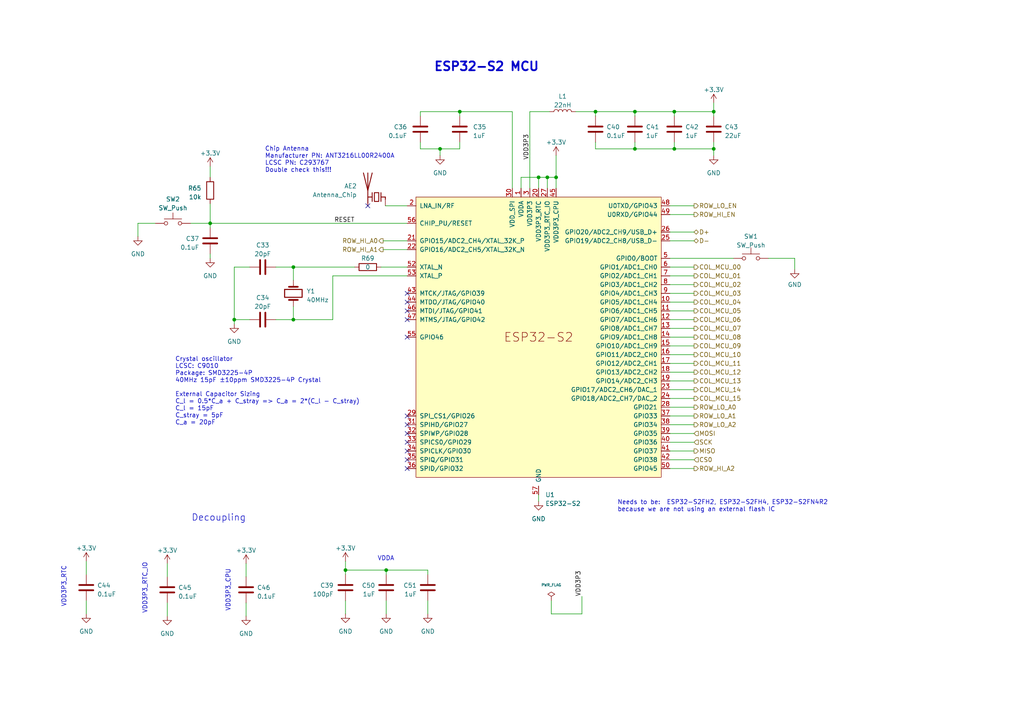
<source format=kicad_sch>
(kicad_sch (version 20230121) (generator eeschema)
  (paper "A4")
  (lib_symbols
    (symbol "Device:Antenna_Chip" (pin_numbers hide) (pin_names (offset 1.016) hide)
      (property "Reference" "AE" (at 0 5.08 0))
      (property "Value" "Antenna_Chip" (at 0 3.175 0))
      (symbol "Antenna_Chip_0_1"
        (polyline (pts (xy -2.54 0) (xy -2.54 -0.635)) (stroke (width 0.254)))
        (polyline (pts (xy -2.54 0) (xy -1.27 0)) (stroke (width 0.254)))
        (polyline (pts (xy 1.27 0) (xy 2.54 0)) (stroke (width 0.254)))
        (polyline (pts (xy 1.27 1.27) (xy 1.27 -1.27)) (stroke (width 0.254)))
        (polyline (pts (xy 2.54 -0.635) (xy 2.54 0)))
        (polyline (pts (xy 2.54 6.985) (xy 2.54 -1.905)) (stroke (width 0.254)))
        (polyline (pts (xy -1.27 1.27) (xy -1.27 -1.27) (xy -1.27 0)) (stroke (width 0.254)))
        (polyline (pts (xy 3.81 6.985) (xy 2.54 1.905) (xy 1.27 6.985)) (stroke (width 0.254)))
        (polyline (pts (xy -0.635 1.27) (xy 0.635 1.27) (xy 0.635 -1.27) (xy -0.635 -1.27) (xy -0.635 1.27)) (stroke (width 0.254)))
      )
      (symbol "Antenna_Chip_1_1"
        (pin input line (at -2.54 -2.54 90) (length 2.54) (name "FEED") (number "1"))
        (pin passive line (at 2.54 -2.54 90) (length 2.54) (name "PCB_Trace") (number "2"))
      )
    )
    (symbol "Device:C" (pin_numbers hide) (pin_names (offset 0.254))
      (property "Reference" "C" (at 0.635 2.54 0))
      (property "Value" "C" (at 0.635 -2.54 0))
      (symbol "C_0_1"
        (polyline (pts (xy -2.032 -0.762) (xy 2.032 -0.762)) (stroke (width 0.508)))
        (polyline (pts (xy -2.032 0.762) (xy 2.032 0.762)) (stroke (width 0.508)))
      )
      (symbol "C_1_1"
        (pin passive line (at 0 3.81 270) (length 2.794) (name "~") (number "1"))
        (pin passive line (at 0 -3.81 90) (length 2.794) (name "~") (number "2"))
      )
    )
    (symbol "Device:Crystal" (pin_numbers hide) (pin_names (offset 1.016) hide)
      (property "Reference" "Y" (at 0 3.81 0))
      (property "Value" "Crystal" (at 0 -3.81 0))
      (symbol "Crystal_0_1"
        (rectangle (start -1.143 2.54) (end 1.143 -2.54) (stroke (width 0.3048)))
        (polyline (pts (xy -2.54 0) (xy -1.905 0)))
        (polyline (pts (xy -1.905 -1.27) (xy -1.905 1.27)) (stroke (width 0.508)))
        (polyline (pts (xy 1.905 -1.27) (xy 1.905 1.27)) (stroke (width 0.508)))
        (polyline (pts (xy 2.54 0) (xy 1.905 0)))
      )
      (symbol "Crystal_1_1"
        (pin passive line (at -3.81 0 0) (length 1.27) (name "1") (number "1"))
        (pin passive line (at 3.81 0 180) (length 1.27) (name "2") (number "2"))
      )
    )
    (symbol "Device:L" (pin_numbers hide) (pin_names (offset 1.016) hide)
      (property "Reference" "L" (at -1.27 0 90))
      (property "Value" "L" (at 1.905 0 90))
      (symbol "L_0_1"
        (arc (start 0 -2.54) (mid 0.6323 -1.905) (end 0 -1.27))
        (arc (start 0 -1.27) (mid 0.6323 -0.635) (end 0 0))
        (arc (start 0 0) (mid 0.6323 0.635) (end 0 1.27))
        (arc (start 0 1.27) (mid 0.6323 1.905) (end 0 2.54))
      )
      (symbol "L_1_1"
        (pin passive line (at 0 3.81 270) (length 1.27) (name "1") (number "1"))
        (pin passive line (at 0 -3.81 90) (length 1.27) (name "2") (number "2"))
      )
    )
    (symbol "Device:R" (pin_numbers hide) (pin_names (offset 0))
      (property "Reference" "R" (at 2.032 0 90))
      (property "Value" "R" (at 0 0 90))
      (symbol "R_0_1"
        (rectangle (start -1.016 -2.54) (end 1.016 2.54) (stroke (width 0.254)))
      )
      (symbol "R_1_1"
        (pin passive line (at 0 3.81 270) (length 1.27) (name "~") (number "1"))
        (pin passive line (at 0 -3.81 90) (length 1.27) (name "~") (number "2"))
      )
    )
    (symbol "Espressif:ESP32-S2" (pin_names (offset 1.016))
      (property "Reference" "U" (at -35.56 45.72 0))
      (property "Value" "ESP32-S2" (at -35.56 43.18 0))
      (symbol "ESP32-S2_0_0"
        (text "ESP32-S2" (at 0 0 0) (effects (font (size 2.54 2.54))))
      )
      (symbol "ESP32-S2_0_1"
        (rectangle (start -35.56 40.64) (end 35.56 -40.64) (fill (type background)))
      )
      (symbol "ESP32-S2_1_1"
        (pin power_in line (at -5.08 43.18 270) (length 2.54) (name "VDDA") (number "1"))
        (pin bidirectional line (at 38.1 10.16 180) (length 2.54) (name "GPIO5/ADC1_CH4") (number "10"))
        (pin bidirectional line (at 38.1 7.62 180) (length 2.54) (name "GPIO6/ADC1_CH5") (number "11"))
        (pin bidirectional line (at 38.1 5.08 180) (length 2.54) (name "GPIO7/ADC1_CH6") (number "12"))
        (pin bidirectional line (at 38.1 2.54 180) (length 2.54) (name "GPIO8/ADC1_CH7") (number "13"))
        (pin bidirectional line (at 38.1 0 180) (length 2.54) (name "GPIO9/ADC1_CH8") (number "14"))
        (pin bidirectional line (at 38.1 -2.54 180) (length 2.54) (name "GPIO10/ADC1_CH9") (number "15"))
        (pin bidirectional line (at 38.1 -5.08 180) (length 2.54) (name "GPIO11/ADC2_CH0") (number "16"))
        (pin bidirectional line (at 38.1 -7.62 180) (length 2.54) (name "GPIO12/ADC2_CH1") (number "17"))
        (pin bidirectional line (at 38.1 -10.16 180) (length 2.54) (name "GPIO13/ADC2_CH2") (number "18"))
        (pin bidirectional line (at 38.1 -12.7 180) (length 2.54) (name "GPIO14/ADC2_CH3") (number "19"))
        (pin bidirectional line (at -38.1 38.1 0) (length 2.54) (name "LNA_IN/RF") (number "2"))
        (pin power_in line (at 0 43.18 270) (length 2.54) (name "VDD3P3_RTC") (number "20"))
        (pin bidirectional line (at -38.1 27.94 0) (length 2.54) (name "GPIO15/ADC2_CH4/XTAL_32K_P") (number "21"))
        (pin bidirectional line (at -38.1 25.4 0) (length 2.54) (name "GPIO16/ADC2_CH5/XTAL_32K_N") (number "22"))
        (pin bidirectional line (at 38.1 -15.24 180) (length 2.54) (name "GPIO17/ADC2_CH6/DAC_1") (number "23"))
        (pin bidirectional line (at 38.1 -17.78 180) (length 2.54) (name "GPIO18/ADC2_CH7/DAC_2") (number "24"))
        (pin bidirectional line (at 38.1 27.94 180) (length 2.54) (name "GPIO19/ADC2_CH8/USB_D-") (number "25"))
        (pin bidirectional line (at 38.1 30.48 180) (length 2.54) (name "GPIO20/ADC2_CH9/USB_D+") (number "26"))
        (pin power_in line (at 2.54 43.18 270) (length 2.54) (name "VDD3P3_RTC_IO") (number "27"))
        (pin bidirectional line (at 38.1 -20.32 180) (length 2.54) (name "GPIO21") (number "28"))
        (pin bidirectional line (at -38.1 -22.86 0) (length 2.54) (name "SPI_CS1/GPIO26") (number "29"))
        (pin power_in line (at -2.54 43.18 270) (length 2.54) (name "VDD3P3") (number "3"))
        (pin power_out line (at -7.62 43.18 270) (length 2.54) (name "VDD_SPI") (number "30"))
        (pin bidirectional line (at -38.1 -25.4 0) (length 2.54) (name "SPIHD/GPIO27") (number "31"))
        (pin bidirectional line (at -38.1 -27.94 0) (length 2.54) (name "SPIWP/GPIO28") (number "32"))
        (pin bidirectional line (at -38.1 -30.48 0) (length 2.54) (name "SPICS0/GPIO29") (number "33"))
        (pin bidirectional line (at -38.1 -33.02 0) (length 2.54) (name "SPICLK/GPIO30") (number "34"))
        (pin bidirectional line (at -38.1 -35.56 0) (length 2.54) (name "SPIQ/GPIO31") (number "35"))
        (pin bidirectional line (at -38.1 -38.1 0) (length 2.54) (name "SPID/GPIO32") (number "36"))
        (pin bidirectional line (at 38.1 -22.86 180) (length 2.54) (name "GPIO33") (number "37"))
        (pin bidirectional line (at 38.1 -25.4 180) (length 2.54) (name "GPIO34") (number "38"))
        (pin bidirectional line (at 38.1 -27.94 180) (length 2.54) (name "GPIO35") (number "39"))
        (pin passive line (at -2.54 43.18 270) (length 2.54) hide (name "VDD3P3") (number "4"))
        (pin bidirectional line (at 38.1 -30.48 180) (length 2.54) (name "GPIO36") (number "40"))
        (pin bidirectional line (at 38.1 -33.02 180) (length 2.54) (name "GPIO37") (number "41"))
        (pin bidirectional line (at 38.1 -35.56 180) (length 2.54) (name "GPIO38") (number "42"))
        (pin input line (at -38.1 12.7 0) (length 2.54) (name "MTCK/JTAG/GPIO39") (number "43"))
        (pin output line (at -38.1 10.16 0) (length 2.54) (name "MTDO/JTAG/GPIO40") (number "44"))
        (pin power_in line (at 5.08 43.18 270) (length 2.54) (name "VDD3P3_CPU") (number "45"))
        (pin input line (at -38.1 7.62 0) (length 2.54) (name "MTDI/JTAG/GPIO41") (number "46"))
        (pin output line (at -38.1 5.08 0) (length 2.54) (name "MTMS/JTAG/GPIO42") (number "47"))
        (pin bidirectional line (at 38.1 38.1 180) (length 2.54) (name "U0TXD/GPIO43") (number "48"))
        (pin bidirectional line (at 38.1 35.56 180) (length 2.54) (name "U0RXD/GPIO44") (number "49"))
        (pin bidirectional line (at 38.1 22.86 180) (length 2.54) (name "GPIO0/BOOT") (number "5"))
        (pin bidirectional line (at 38.1 -38.1 180) (length 2.54) (name "GPIO45") (number "50"))
        (pin passive line (at -5.08 43.18 270) (length 2.54) hide (name "VDDA") (number "51"))
        (pin output line (at -38.1 20.32 0) (length 2.54) (name "XTAL_N") (number "52"))
        (pin input line (at -38.1 17.78 0) (length 2.54) (name "XTAL_P") (number "53"))
        (pin passive line (at -5.08 43.18 270) (length 2.54) hide (name "VDDA") (number "54"))
        (pin input line (at -38.1 0 0) (length 2.54) (name "GPIO46") (number "55"))
        (pin bidirectional line (at -38.1 33.02 0) (length 2.54) (name "CHIP_PU/RESET") (number "56"))
        (pin power_in line (at 0 -45.72 90) (length 2.54) (name "GND") (number "57"))
        (pin bidirectional line (at 38.1 20.32 180) (length 2.54) (name "GPIO1/ADC1_CH0") (number "6"))
        (pin bidirectional line (at 38.1 17.78 180) (length 2.54) (name "GPIO2/ADC1_CH1") (number "7"))
        (pin bidirectional line (at 38.1 15.24 180) (length 2.54) (name "GPIO3/ADC1_CH2") (number "8"))
        (pin bidirectional line (at 38.1 12.7 180) (length 2.54) (name "GPIO4/ADC1_CH3") (number "9"))
      )
    )
    (symbol "Switch:SW_Push" (pin_numbers hide) (pin_names (offset 1.016) hide)
      (property "Reference" "SW" (at 1.27 2.54 0))
      (property "Value" "SW_Push" (at 0 -1.524 0))
      (symbol "SW_Push_0_1"
        (circle (center -2.032 0) (radius 0.508))
        (polyline (pts (xy 0 1.27) (xy 0 3.048)))
        (polyline (pts (xy 2.54 1.27) (xy -2.54 1.27)))
        (circle (center 2.032 0) (radius 0.508))
        (pin passive line (at -5.08 0 0) (length 2.54) (name "1") (number "1"))
        (pin passive line (at 5.08 0 180) (length 2.54) (name "2") (number "2"))
      )
    )
    (symbol "power:+3.3V" (power) (pin_names (offset 0))
      (property "Value" "+3.3V" (at 0 3.556 0))
      (symbol "+3.3V_0_1"
        (polyline (pts (xy -0.762 1.27) (xy 0 2.54)))
        (polyline (pts (xy 0 0) (xy 0 2.54)))
        (polyline (pts (xy 0 2.54) (xy 0.762 1.27)))
      )
      (symbol "+3.3V_1_1"
        (pin power_in line (at 0 0 90) (length 0) hide (name "+3.3V") (number "1"))
      )
    )
    (symbol "power:GND" (power) (pin_names (offset 0))
      (property "Value" "GND" (at 0 -3.81 0))
      (symbol "GND_0_1"
        (polyline (pts (xy 0 0) (xy 0 -1.27) (xy 1.27 -1.27) (xy 0 -2.54) (xy -1.27 -1.27) (xy 0 -1.27)))
      )
      (symbol "GND_1_1"
        (pin power_in line (at 0 0 270) (length 0) hide (name "GND") (number "1"))
      )
    )
    (symbol "power:PWR_FLAG" (power) (pin_numbers hide) (pin_names (offset 0) hide)
      (property "Value" "PWR_FLAG" (at 0 3.81 0))
      (symbol "PWR_FLAG_0_0"
        (pin power_out line (at 0 0 90) (length 0) (name "pwr") (number "1"))
      )
      (symbol "PWR_FLAG_0_1"
        (polyline (pts (xy 0 0) (xy 0 1.27) (xy -1.016 1.905) (xy 0 2.54) (xy 1.016 1.905) (xy 0 1.27)))
      )
    )
  )
  (junction (at 158.75 51.435))
  (junction (at 184.15 32.385))
  (junction (at 207.01 32.385))
  (junction (at 112.014 165.354))
  (junction (at 161.29 51.435))
  (junction (at 85.09 92.71))
  (junction (at 67.945 92.71))
  (junction (at 195.58 32.385))
  (junction (at 207.01 43.18))
  (junction (at 133.35 32.385))
  (junction (at 85.09 77.47))
  (junction (at 195.58 43.18))
  (junction (at 100.203 165.354))
  (junction (at 156.21 51.435))
  (junction (at 60.96 64.77))
  (junction (at 184.15 43.18))
  (junction (at 172.72 32.385))
  (junction (at 127.635 43.18))
  (no_connect (at 118.11 92.71))
  (no_connect (at 118.11 90.17))
  (no_connect (at 118.11 97.79))
  (no_connect (at 118.11 133.35))
  (no_connect (at 118.11 128.27))
  (no_connect (at 118.11 87.63))
  (no_connect (at 118.11 120.65))
  (no_connect (at 118.11 130.81))
  (no_connect (at 118.11 135.89))
  (no_connect (at 118.11 123.19))
  (no_connect (at 106.68 59.69))
  (no_connect (at 118.11 85.09))
  (no_connect (at 118.11 125.73))
  (wire (pts (xy 60.96 73.66) (xy 60.96 74.93)))
  (wire (pts (xy 158.75 51.435) (xy 161.29 51.435)))
  (wire (pts (xy 194.31 128.27) (xy 201.295 128.27)))
  (wire (pts (xy 60.96 59.055) (xy 60.96 64.77)))
  (wire (pts (xy 194.31 130.81) (xy 201.295 130.81)))
  (wire (pts (xy 194.31 90.17) (xy 201.295 90.17)))
  (wire (pts (xy 153.67 32.385) (xy 159.385 32.385)))
  (wire (pts (xy 112.014 174.244) (xy 112.014 178.054)))
  (wire (pts (xy 25.019 162.814) (xy 25.019 166.624)))
  (wire (pts (xy 194.31 125.73) (xy 201.295 125.73)))
  (wire (pts (xy 207.01 29.845) (xy 207.01 32.385)))
  (wire (pts (xy 156.21 54.61) (xy 156.21 51.435)))
  (wire (pts (xy 194.31 115.57) (xy 201.295 115.57)))
  (wire (pts (xy 184.15 41.275) (xy 184.15 43.18)))
  (wire (pts (xy 124.079 174.244) (xy 124.079 178.054)))
  (wire (pts (xy 121.92 41.275) (xy 121.92 43.18)))
  (wire (pts (xy 48.514 163.449) (xy 48.514 167.259)))
  (wire (pts (xy 184.15 32.385) (xy 184.15 33.655)))
  (wire (pts (xy 159.893 174.244) (xy 159.893 178.054)))
  (wire (pts (xy 40.005 64.77) (xy 40.005 68.58)))
  (wire (pts (xy 167.005 32.385) (xy 172.72 32.385)))
  (wire (pts (xy 156.21 143.51) (xy 156.21 145.415)))
  (wire (pts (xy 184.15 32.385) (xy 195.58 32.385)))
  (wire (pts (xy 72.39 77.47) (xy 67.945 77.47)))
  (wire (pts (xy 194.31 92.71) (xy 201.295 92.71)))
  (wire (pts (xy 153.67 54.61) (xy 153.67 32.385)))
  (wire (pts (xy 194.31 67.31) (xy 201.295 67.31)))
  (wire (pts (xy 195.58 32.385) (xy 207.01 32.385)))
  (wire (pts (xy 184.15 43.18) (xy 195.58 43.18)))
  (wire (pts (xy 100.203 165.354) (xy 100.203 166.624)))
  (wire (pts (xy 151.13 51.435) (xy 156.21 51.435)))
  (wire (pts (xy 85.09 88.9) (xy 85.09 92.71)))
  (wire (pts (xy 194.31 135.89) (xy 201.295 135.89)))
  (wire (pts (xy 194.31 120.65) (xy 201.295 120.65)))
  (wire (pts (xy 159.893 178.054) (xy 168.783 178.054)))
  (wire (pts (xy 96.52 80.01) (xy 118.11 80.01)))
  (wire (pts (xy 110.49 77.47) (xy 118.11 77.47)))
  (wire (pts (xy 100.203 174.244) (xy 100.203 178.054)))
  (wire (pts (xy 100.203 162.814) (xy 100.203 165.354)))
  (wire (pts (xy 168.783 178.054) (xy 168.783 172.974)))
  (wire (pts (xy 194.31 123.19) (xy 201.295 123.19)))
  (wire (pts (xy 121.92 43.18) (xy 127.635 43.18)))
  (wire (pts (xy 207.01 43.18) (xy 207.01 45.085)))
  (wire (pts (xy 194.31 80.01) (xy 201.295 80.01)))
  (wire (pts (xy 172.72 32.385) (xy 184.15 32.385)))
  (wire (pts (xy 194.31 95.25) (xy 201.295 95.25)))
  (wire (pts (xy 194.31 62.23) (xy 201.295 62.23)))
  (wire (pts (xy 112.014 165.354) (xy 124.079 165.354)))
  (wire (pts (xy 194.31 82.55) (xy 201.295 82.55)))
  (wire (pts (xy 194.31 100.33) (xy 201.295 100.33)))
  (wire (pts (xy 194.31 110.49) (xy 201.295 110.49)))
  (wire (pts (xy 194.31 118.11) (xy 201.295 118.11)))
  (wire (pts (xy 156.21 51.435) (xy 158.75 51.435)))
  (wire (pts (xy 172.72 43.18) (xy 172.72 41.275)))
  (wire (pts (xy 118.11 72.39) (xy 111.125 72.39)))
  (wire (pts (xy 67.945 92.71) (xy 67.945 93.98)))
  (wire (pts (xy 195.58 32.385) (xy 195.58 33.655)))
  (wire (pts (xy 133.35 32.385) (xy 148.59 32.385)))
  (wire (pts (xy 25.019 174.244) (xy 25.019 178.054)))
  (wire (pts (xy 71.374 163.449) (xy 71.374 167.259)))
  (wire (pts (xy 172.72 43.18) (xy 184.15 43.18)))
  (wire (pts (xy 133.35 32.385) (xy 133.35 33.655)))
  (wire (pts (xy 80.01 77.47) (xy 85.09 77.47)))
  (wire (pts (xy 161.29 54.61) (xy 161.29 51.435)))
  (wire (pts (xy 194.31 59.69) (xy 201.295 59.69)))
  (wire (pts (xy 60.96 64.77) (xy 118.11 64.77)))
  (wire (pts (xy 207.01 32.385) (xy 207.01 33.655)))
  (wire (pts (xy 80.01 92.71) (xy 85.09 92.71)))
  (wire (pts (xy 194.31 97.79) (xy 201.295 97.79)))
  (wire (pts (xy 194.31 107.95) (xy 201.295 107.95)))
  (wire (pts (xy 133.35 32.385) (xy 121.92 32.385)))
  (wire (pts (xy 100.203 165.354) (xy 112.014 165.354)))
  (wire (pts (xy 112.014 165.354) (xy 112.014 166.624)))
  (wire (pts (xy 55.245 64.77) (xy 60.96 64.77)))
  (wire (pts (xy 148.59 32.385) (xy 148.59 54.61)))
  (wire (pts (xy 194.31 133.35) (xy 201.295 133.35)))
  (wire (pts (xy 161.29 45.085) (xy 161.29 51.435)))
  (wire (pts (xy 60.96 48.26) (xy 60.96 51.435)))
  (wire (pts (xy 195.58 43.18) (xy 207.01 43.18)))
  (wire (pts (xy 71.374 174.879) (xy 71.374 178.689)))
  (wire (pts (xy 45.085 64.77) (xy 40.005 64.77)))
  (wire (pts (xy 194.31 102.87) (xy 201.295 102.87)))
  (wire (pts (xy 172.72 32.385) (xy 172.72 33.655)))
  (wire (pts (xy 67.945 92.71) (xy 72.39 92.71)))
  (wire (pts (xy 194.31 105.41) (xy 201.295 105.41)))
  (wire (pts (xy 85.09 92.71) (xy 96.52 92.71)))
  (wire (pts (xy 85.09 77.47) (xy 102.87 77.47)))
  (wire (pts (xy 118.11 69.85) (xy 111.125 69.85)))
  (wire (pts (xy 96.52 80.01) (xy 96.52 92.71)))
  (wire (pts (xy 85.09 77.47) (xy 85.09 81.28)))
  (wire (pts (xy 207.01 41.275) (xy 207.01 43.18)))
  (wire (pts (xy 60.96 64.77) (xy 60.96 66.04)))
  (wire (pts (xy 111.76 59.69) (xy 118.11 59.69)))
  (wire (pts (xy 222.885 74.93) (xy 230.505 74.93)))
  (wire (pts (xy 124.079 165.354) (xy 124.079 166.624)))
  (wire (pts (xy 48.514 174.879) (xy 48.514 178.689)))
  (wire (pts (xy 151.13 54.61) (xy 151.13 51.435)))
  (wire (pts (xy 127.635 43.18) (xy 127.635 45.085)))
  (wire (pts (xy 127.635 43.18) (xy 133.35 43.18)))
  (wire (pts (xy 194.31 77.47) (xy 201.295 77.47)))
  (wire (pts (xy 158.75 54.61) (xy 158.75 51.435)))
  (wire (pts (xy 230.505 74.93) (xy 230.505 78.105)))
  (wire (pts (xy 121.92 32.385) (xy 121.92 33.655)))
  (wire (pts (xy 133.35 43.18) (xy 133.35 41.275)))
  (wire (pts (xy 194.31 113.03) (xy 201.295 113.03)))
  (wire (pts (xy 194.31 74.93) (xy 212.725 74.93)))
  (wire (pts (xy 194.31 69.85) (xy 201.295 69.85)))
  (wire (pts (xy 194.31 87.63) (xy 201.295 87.63)))
  (wire (pts (xy 67.945 77.47) (xy 67.945 92.71)))
  (wire (pts (xy 194.31 85.09) (xy 201.295 85.09)))
  (wire (pts (xy 195.58 43.18) (xy 195.58 41.275)))
  (text "Chip Antenna\nManufacturer PN: ANT3216LL00R2400A\nLCSC PN: C293767\nDouble check this!!!\n" (at 76.835 50.165 0) (effects (font (size 1.27 1.27)) (justify left bottom)))
  (text "VDD3P3_RTC" (at 19.304 176.149 90) (effects (font (size 1.27 1.27)) (justify left bottom)))
  (text "VDDA" (at 109.474 162.814 0) (effects (font (size 1.27 1.27)) (justify left bottom)))
  (text "Needs to be:  ESP32-S2FH2, ESP32-S2FH4, ESP32-S2FN4R2\nbecause we are not using an external flash IC" (at 179.07 148.59 0) (effects (font (size 1.27 1.27)) (justify left bottom)))
  (text "Crystal oscillator\nLCSC: C9010\nPackage: SMD3225-4P\n40MHz 15pF ±10ppm SMD3225-4P Crystal\n\nExternal Capacitor Sizing\nC_l = 0.5*C_a + C_stray => C_a = 2*(C_l - C_stray)\nC_l = 15pF\nC_stray = 5pF\nC_a = 20pF\n\n\n\n" (at 50.8 129.54 0) (effects (font (size 1.27 1.27)) (justify left bottom)))
  (text "VDD3P3_RTC_IO" (at 42.799 178.054 90) (effects (font (size 1.27 1.27)) (justify left bottom)))
  (text "VDD3P3_CPU" (at 66.929 177.419 90) (effects (font (size 1.27 1.27)) (justify left bottom)))
  (text "Decoupling" (at 55.499 151.384 0) (effects (font (size 1.905 1.905)) (justify left bottom)))
  (text "ESP32-S2 MCU" (at 125.73 20.955 0) (effects (font (size 2.54 2.54) (thickness 0.508) bold) (justify left bottom)))
  (label "VDD3P3" (at 153.67 46.355 90))
  (label "RESET" (at 102.87 64.77 180))
  (label "VDD3P3" (at 168.783 172.974 90))
  (hierarchical_label "COL_MCU_05" (shape output) (at 201.295 90.17 0))
  (hierarchical_label "ROW_LO_EN" (shape output) (at 201.295 59.69 0))
  (hierarchical_label "CS0" (shape input) (at 201.295 133.35 0))
  (hierarchical_label "MOSI" (shape input) (at 201.295 125.73 0))
  (hierarchical_label "COL_MCU_01" (shape output) (at 201.295 80.01 0))
  (hierarchical_label "COL_MCU_07" (shape output) (at 201.295 95.25 0))
  (hierarchical_label "COL_MCU_04" (shape output) (at 201.295 87.63 0))
  (hierarchical_label "MISO" (shape output) (at 201.295 130.81 0))
  (hierarchical_label "COL_MCU_12" (shape output) (at 201.295 107.95 0))
  (hierarchical_label "ROW_LO_A2" (shape output) (at 201.295 123.19 0))
  (hierarchical_label "COL_MCU_11" (shape output) (at 201.295 105.41 0))
  (hierarchical_label "ROW_LO_A1" (shape output) (at 201.295 120.65 0))
  (hierarchical_label "COL_MCU_15" (shape output) (at 201.295 115.57 0))
  (hierarchical_label "SCK" (shape input) (at 201.295 128.27 0))
  (hierarchical_label "ROW_HI_EN" (shape output) (at 201.295 62.23 0))
  (hierarchical_label "COL_MCU_13" (shape output) (at 201.295 110.49 0))
  (hierarchical_label "COL_MCU_09" (shape output) (at 201.295 100.33 0))
  (hierarchical_label "COL_MCU_00" (shape output) (at 201.295 77.47 0))
  (hierarchical_label "COL_MCU_10" (shape output) (at 201.295 102.87 0))
  (hierarchical_label "COL_MCU_03" (shape output) (at 201.295 85.09 0))
  (hierarchical_label "COL_MCU_06" (shape output) (at 201.295 92.71 0))
  (hierarchical_label "ROW_HI_A0" (shape output) (at 111.125 69.85 180))
  (hierarchical_label "COL_MCU_08" (shape output) (at 201.295 97.79 0))
  (hierarchical_label "ROW_HI_A2" (shape output) (at 201.295 135.89 0))
  (hierarchical_label "D-" (shape bidirectional) (at 201.295 69.85 0))
  (hierarchical_label "COL_MCU_02" (shape output) (at 201.295 82.55 0))
  (hierarchical_label "ROW_HI_A1" (shape output) (at 111.125 72.39 180))
  (hierarchical_label "D+" (shape bidirectional) (at 201.295 67.31 0))
  (hierarchical_label "COL_MCU_14" (shape output) (at 201.295 113.03 0))
  (hierarchical_label "ROW_LO_A0" (shape output) (at 201.295 118.11 0))
  (symbol (lib_id "Device:C") (at 60.96 69.85 0) (mirror x) (unit 1)
    (property "Reference" "C37" (at 57.785 69.215 0) (effects (justify right)))
    (property "Value" "0.1uF" (at 57.785 71.755 0) (effects (justify right)))
    (property "Footprint" "panel_custom:C_0201_0603Metric" (effects hide))
  )
  (symbol (lib_id "Device:C") (at 25.019 170.434 180) (unit 1)
    (property "Reference" "C44" (at 28.194 169.799 0) (effects (justify right)))
    (property "Value" "0.1uF" (at 28.194 172.339 0) (effects (justify right)))
    (property "Footprint" "panel_custom:C_0201_0603Metric" (effects hide))
  )
  (symbol (lib_id "Device:C") (at 76.2 92.71 270) (unit 1)
    (property "Reference" "C34" (at 76.2 86.36 90))
    (property "Value" "20pF" (at 76.2 88.9 90))
    (property "Footprint" "panel_custom:C_0201_0603Metric" (effects hide))
  )
  (symbol (lib_id "Device:C") (at 195.58 37.465 0) (mirror y) (unit 1)
    (property "Reference" "C42" (at 198.755 36.83 0) (effects (justify right)))
    (property "Value" "1uF" (at 198.755 39.37 0) (effects (justify right)))
    (property "Footprint" "panel_custom:C_0201_0603Metric" (effects hide))
  )
  (symbol (lib_id "power:GND") (at 25.019 178.054 0) (mirror y) (unit 1)
    (property "Reference" "#PWR059" (effects hide))
    (property "Value" "GND" (at 25.019 183.134 0))
    (instances (project "panel" (path "" (reference "#PWR059") (unit 1)) (path "" (reference "#PWR071") (unit 1))))
  )
  (symbol (lib_id "Device:R") (at 106.68 77.47 90) (mirror x) (unit 1)
    (property "Reference" "R69" (at 106.68 74.93 90))
    (property "Value" "0" (at 106.68 77.47 90))
  )
  (symbol (lib_id "Device:C") (at 172.72 37.465 0) (mirror y) (unit 1)
    (property "Reference" "C40" (at 175.895 36.83 0) (effects (justify right)))
    (property "Value" "0.1uF" (at 175.895 39.37 0) (effects (justify right)))
    (property "Footprint" "panel_custom:C_0201_0603Metric" (effects hide))
  )
  (symbol (lib_id "power:GND") (at 67.945 93.98 0) (unit 1)
    (property "Reference" "#PWR050" (effects hide))
    (property "Value" "GND" (at 67.945 99.06 0))
    (instances (project "panel" (path "" (reference "#PWR050") (unit 1)) (path "" (reference "#PWR061") (unit 1))))
  )
  (symbol (lib_id "power:GND") (at 48.514 178.689 0) (mirror y) (unit 1)
    (property "Reference" "#PWR060" (effects hide))
    (property "Value" "GND" (at 48.514 183.769 0))
    (instances (project "panel" (path "" (reference "#PWR060") (unit 1)) (path "" (reference "#PWR090") (unit 1))))
  )
  (symbol (lib_id "power:PWR_FLAG") (at 159.893 174.244 0) (unit 1)
    (property "Reference" "#FLG02" (effects hide))
    (property "Value" "PWR_FLAG" (at 159.893 169.672 0) (effects (font (size 0.762 0.762))))
  )
  (symbol (lib_id "power:GND") (at 100.203 178.054 0) (mirror y) (unit 1)
    (property "Reference" "#PWR056" (effects hide))
    (property "Value" "GND" (at 100.203 183.134 0))
    (instances (project "panel" (path "" (reference "#PWR056") (unit 1)) (path "" (reference "#PWR072") (unit 1))))
  )
  (symbol (lib_id "Switch:SW_Push") (at 50.165 64.77 0) (mirror y) (unit 1)
    (property "Reference" "SW2" (at 50.165 57.785 0))
    (property "Value" "SW_Push" (at 50.165 60.325 0))
  )
  (symbol (lib_id "Device:L") (at 163.195 32.385 90) (unit 1)
    (property "Reference" "L1" (at 163.195 27.94 90))
    (property "Value" "22nH" (at 163.195 30.48 90))
    (property "Footprint" "Inductor_SMD:L_0402_1005Metric" (effects hide))
  )
  (symbol (lib_id "Device:C") (at 100.203 170.434 0) (mirror x) (unit 1)
    (property "Reference" "C39" (at 96.774 169.799 0) (effects (justify right)))
    (property "Value" "100pF" (at 96.774 172.339 0) (effects (justify right)))
    (property "Footprint" "panel_custom:C_0201_0603Metric" (effects hide))
  )
  (symbol (lib_id "power:GND") (at 230.505 78.105 0) (unit 1)
    (property "Reference" "#PWR070" (effects hide))
    (property "Value" "GND" (at 230.505 82.55 0))
    (instances (project "panel" (path "" (reference "#PWR070") (unit 1)) (path "" (reference "#PWR060") (unit 1))))
  )
  (symbol (lib_id "Device:C") (at 124.079 170.434 0) (mirror x) (unit 1)
    (property "Reference" "C51" (at 120.904 169.799 0) (effects (justify right)))
    (property "Value" "1uF" (at 120.904 172.339 0) (effects (justify right)))
    (property "Footprint" "panel_custom:C_0201_0603Metric" (effects hide))
  )
  (symbol (lib_id "Device:C") (at 133.35 37.465 180) (unit 1)
    (property "Reference" "C35" (at 137.16 36.83 0) (effects (justify right)))
    (property "Value" "1uF" (at 137.16 39.37 0) (effects (justify right)))
    (property "Footprint" "panel_custom:C_0201_0603Metric" (effects hide))
  )
  (symbol (lib_id "power:GND") (at 124.079 178.054 0) (mirror y) (unit 1)
    (property "Reference" "#PWR090" (effects hide))
    (property "Value" "GND" (at 124.079 183.134 0))
    (instances (project "panel" (path "" (reference "#PWR090") (unit 1)) (path "" (reference "#PWR089") (unit 1))))
  )
  (symbol (lib_id "Device:C") (at 184.15 37.465 0) (mirror y) (unit 1)
    (property "Reference" "C41" (at 187.325 36.83 0) (effects (justify right)))
    (property "Value" "1uF" (at 187.325 39.37 0) (effects (justify right)))
    (property "Footprint" "panel_custom:C_0201_0603Metric" (effects hide))
  )
  (symbol (lib_id "Device:R") (at 60.96 55.245 0) (mirror y) (unit 1)
    (property "Reference" "R65" (at 58.42 54.61 0) (effects (justify left)))
    (property "Value" "10k" (at 58.42 57.15 0) (effects (justify left)))
  )
  (symbol (lib_id "power:GND") (at 40.005 68.58 0) (unit 1)
    (property "Reference" "#PWR073" (effects hide))
    (property "Value" "GND" (at 40.005 73.66 0))
    (instances (project "panel" (path "" (reference "#PWR073") (unit 1)) (path "" (reference "#PWR058") (unit 1))))
  )
  (symbol (lib_id "power:GND") (at 71.374 178.689 0) (mirror y) (unit 1)
    (property "Reference" "#PWR065" (effects hide))
    (property "Value" "GND" (at 71.374 183.769 0))
    (instances (project "panel" (path "" (reference "#PWR065") (unit 1)) (path "" (reference "#PWR091") (unit 1))))
  )
  (symbol (lib_id "power:GND") (at 156.21 145.415 0) (mirror y) (unit 1)
    (property "Reference" "#PWR054" (effects hide))
    (property "Value" "GND" (at 156.21 150.495 0))
    (instances (project "panel" (path "" (reference "#PWR054") (unit 1)) (path "" (reference "#PWR062") (unit 1))))
  )
  (symbol (lib_id "power:GND") (at 60.96 74.93 0) (unit 1)
    (property "Reference" "#PWR072" (effects hide))
    (property "Value" "GND" (at 60.96 80.01 0))
    (instances (project "panel" (path "" (reference "#PWR072") (unit 1)) (path "" (reference "#PWR059") (unit 1))))
  )
  (symbol (lib_id "Device:Crystal") (at 85.09 85.09 90) (unit 1)
    (property "Reference" "Y1" (at 88.9 84.455 90) (effects (justify right)))
    (property "Value" "40MHz" (at 88.9 86.995 90) (effects (justify right)))
  )
  (symbol (lib_id "Device:C") (at 121.92 37.465 0) (unit 1)
    (property "Reference" "C36" (at 118.11 36.83 0) (effects (justify right)))
    (property "Value" "0.1uF" (at 118.11 39.37 0) (effects (justify right)))
    (property "Footprint" "panel_custom:C_0201_0603Metric" (effects hide))
  )
  (symbol (lib_id "Device:C") (at 207.01 37.465 0) (mirror y) (unit 1)
    (property "Reference" "C43" (at 210.185 36.83 0) (effects (justify right)))
    (property "Value" "22uF" (at 210.185 39.37 0) (effects (justify right)))
    (property "Footprint" "panel_custom:C_0201_0603Metric" (effects hide))
  )
  (symbol (lib_id "power:GND") (at 127.635 45.085 0) (unit 1)
    (property "Reference" "#PWR053" (effects hide))
    (property "Value" "GND" (at 127.635 50.165 0))
  )
  (symbol (lib_id "power:+3.3V") (at 25.019 162.814 0) (unit 1)
    (property "Reference" "#PWR058" (effects hide))
    (property "Value" "+3.3V" (at 25.019 159.004 0))
    (instances (project "panel" (path "" (reference "#PWR058") (unit 1)) (path "" (reference "#PWR063") (unit 1))))
  )
  (symbol (lib_id "power:GND") (at 112.014 178.054 0) (mirror y) (unit 1)
    (property "Reference" "#PWR089" (effects hide))
    (property "Value" "GND" (at 112.014 183.134 0))
    (instances (project "panel" (path "" (reference "#PWR089") (unit 1)) (path "" (reference "#PWR073") (unit 1))))
  )
  (symbol (lib_id "power:+3.3V") (at 48.514 163.449 0) (unit 1)
    (property "Reference" "#PWR062" (effects hide))
    (property "Value" "+3.3V" (at 48.514 159.639 0))
    (instances (project "panel" (path "" (reference "#PWR062") (unit 1)) (path "" (reference "#PWR065") (unit 1))))
  )
  (symbol (lib_id "Device:C") (at 76.2 77.47 270) (unit 1)
    (property "Reference" "C33" (at 76.2 71.12 90))
    (property "Value" "20pF" (at 76.2 73.66 90))
    (property "Footprint" "panel_custom:C_0201_0603Metric" (effects hide))
  )
  (symbol (lib_id "Device:C") (at 112.014 170.434 0) (mirror x) (unit 1)
    (property "Reference" "C50" (at 108.839 169.799 0) (effects (justify right)))
    (property "Value" "1uF" (at 108.839 172.339 0) (effects (justify right)))
    (property "Footprint" "panel_custom:C_0201_0603Metric" (effects hide))
  )
  (symbol (lib_id "power:+3.3V") (at 71.374 163.449 0) (unit 1)
    (property "Reference" "#PWR064" (effects hide))
    (property "Value" "+3.3V" (at 71.374 159.639 0))
    (instances (project "panel" (path "" (reference "#PWR064") (unit 1)) (path "" (reference "#PWR070") (unit 1))))
  )
  (symbol (lib_id "power:+3.3V") (at 100.203 162.814 0) (unit 1)
    (property "Reference" "#PWR061" (effects hide))
    (property "Value" "+3.3V" (at 100.203 159.004 0))
    (instances (project "panel" (path "" (reference "#PWR061") (unit 1)) (path "" (reference "#PWR064") (unit 1))))
  )
  (symbol (lib_id "power:+3.3V") (at 60.96 48.26 0) (mirror y) (unit 1)
    (property "Reference" "#PWR071" (effects hide))
    (property "Value" "+3.3V" (at 60.96 44.45 0))
    (instances (project "panel" (path "" (reference "#PWR071") (unit 1)) (path "" (reference "#PWR057") (unit 1))))
  )
  (symbol (lib_id "power:GND") (at 207.01 45.085 0) (mirror y) (unit 1)
    (property "Reference" "#PWR057" (effects hide))
    (property "Value" "GND" (at 207.01 50.165 0))
    (instances (project "panel" (path "" (reference "#PWR057") (unit 1)) (path "" (reference "#PWR056") (unit 1))))
  )
  (symbol (lib_id "Device:C") (at 71.374 171.069 180) (unit 1)
    (property "Reference" "C46" (at 74.549 170.434 0) (effects (justify right)))
    (property "Value" "0.1uF" (at 74.549 172.974 0) (effects (justify right)))
    (property "Footprint" "panel_custom:C_0201_0603Metric" (effects hide))
  )
  (symbol (lib_id "Device:C") (at 48.514 171.069 180) (unit 1)
    (property "Reference" "C45" (at 51.689 170.434 0) (effects (justify right)))
    (property "Value" "0.1uF" (at 51.689 172.974 0) (effects (justify right)))
    (property "Footprint" "panel_custom:C_0201_0603Metric" (effects hide))
  )
  (symbol (lib_id "power:+3.3V") (at 161.29 45.085 0) (unit 1)
    (property "Reference" "#PWR092" (effects hide))
    (property "Value" "+3.3V" (at 161.29 41.275 0))
    (instances (project "panel" (path "" (reference "#PWR092") (unit 1)) (path "" (reference "#PWR054") (unit 1))))
  )
  (symbol (lib_id "power:+3.3V") (at 207.01 29.845 0) (unit 1)
    (property "Reference" "#PWR063" (effects hide))
    (property "Value" "+3.3V" (at 207.01 26.035 0))
    (instances (project "panel" (path "" (reference "#PWR063") (unit 1)) (path "" (reference "#PWR050") (unit 1))))
  )
  (symbol (lib_id "Switch:SW_Push") (at 217.805 74.93 0) (unit 1)
    (property "Reference" "SW1" (at 217.805 68.58 0))
    (property "Value" "SW_Push" (at 217.805 71.12 0))
  )
  (symbol (lib_id "Espressif:ESP32-S2") (at 156.21 97.79 0) (unit 1)
    (property "Reference" "U1" (at 158.1659 143.51 0) (effects (justify left)))
    (property "Value" "ESP32-S2" (at 158.1659 146.05 0) (effects (justify left)))
    (property "Footprint" "Package_DFN_QFN:QFN-56-1EP_7x7mm_P0.4mm_EP5.6x5.6mm" (effects hide))
    (property "Datasheet" "https://www.espressif.com/sites/default/files/documentation/esp32-s2_datasheet_en.pdf" (effects hide))
  )
  (symbol (lib_id "Device:Antenna_Chip") (at 109.22 57.15 0) (mirror y) (unit 1)
    (property "Reference" "AE2" (at 103.505 53.975 0) (effects (justify left)))
    (property "Value" "Antenna_Chip" (at 103.505 56.515 0) (effects (justify left)))
  )
)
</source>
